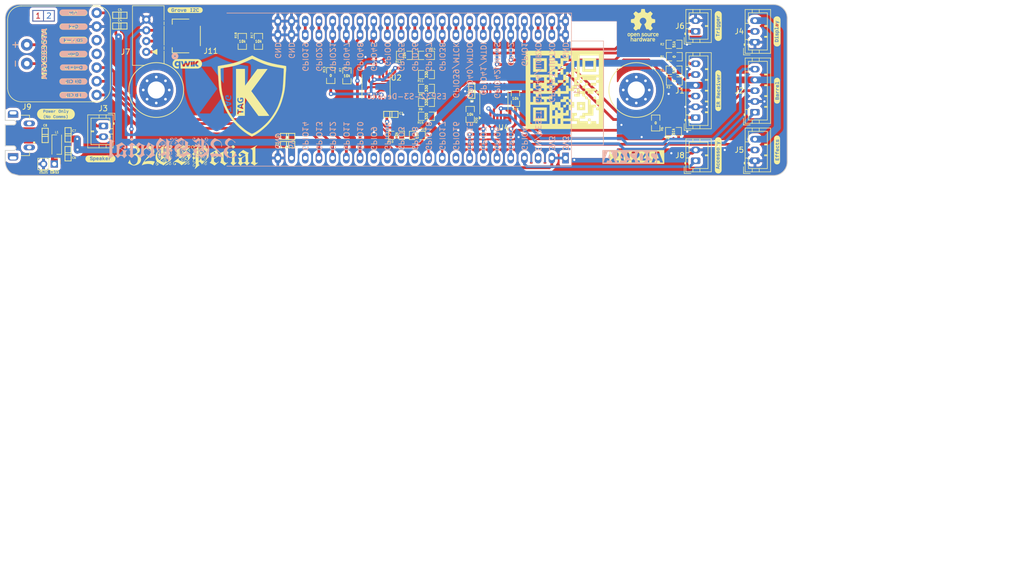
<source format=kicad_pcb>
(kicad_pcb
	(version 20240108)
	(generator "pcbnew")
	(generator_version "8.0")
	(general
		(thickness 1.6)
		(legacy_teardrops no)
	)
	(paper "USLetter")
	(title_block
		(title "KTag 2024A \"32ESPecial\"")
		(date "2025-01-25")
		(rev "2")
		(company "Club K")
		(comment 1 "Dubuque               Iowa               United States of America")
		(comment 2 "Copyright © 2024-2025 Joseph P. Kearney and the KTag developers. ")
		(comment 3 "License: CERN-OHL-S-2.0")
	)
	(layers
		(0 "F.Cu" signal)
		(31 "B.Cu" signal)
		(32 "B.Adhes" user "B.Adhesive")
		(33 "F.Adhes" user "F.Adhesive")
		(34 "B.Paste" user)
		(35 "F.Paste" user)
		(36 "B.SilkS" user "B.Silkscreen")
		(37 "F.SilkS" user "F.Silkscreen")
		(38 "B.Mask" user)
		(39 "F.Mask" user)
		(40 "Dwgs.User" user "User.Drawings")
		(41 "Cmts.User" user "User.Comments")
		(42 "Eco1.User" user "User.Eco1")
		(43 "Eco2.User" user "User.Eco2")
		(44 "Edge.Cuts" user)
		(45 "Margin" user)
		(46 "B.CrtYd" user "B.Courtyard")
		(47 "F.CrtYd" user "F.Courtyard")
		(48 "B.Fab" user)
		(49 "F.Fab" user)
	)
	(setup
		(stackup
			(layer "F.SilkS"
				(type "Top Silk Screen")
			)
			(layer "F.Paste"
				(type "Top Solder Paste")
			)
			(layer "F.Mask"
				(type "Top Solder Mask")
				(thickness 0.01)
			)
			(layer "F.Cu"
				(type "copper")
				(thickness 0.035)
			)
			(layer "dielectric 1"
				(type "core")
				(thickness 1.51)
				(material "FR4")
				(epsilon_r 4.5)
				(loss_tangent 0.02)
			)
			(layer "B.Cu"
				(type "copper")
				(thickness 0.035)
			)
			(layer "B.Mask"
				(type "Bottom Solder Mask")
				(thickness 0.01)
			)
			(layer "B.Paste"
				(type "Bottom Solder Paste")
			)
			(layer "B.SilkS"
				(type "Bottom Silk Screen")
			)
			(copper_finish "None")
			(dielectric_constraints no)
		)
		(pad_to_mask_clearance 0)
		(allow_soldermask_bridges_in_footprints no)
		(pcbplotparams
			(layerselection 0x00010fc_ffffffff)
			(plot_on_all_layers_selection 0x0000000_00000000)
			(disableapertmacros no)
			(usegerberextensions no)
			(usegerberattributes yes)
			(usegerberadvancedattributes yes)
			(creategerberjobfile yes)
			(dashed_line_dash_ratio 12.000000)
			(dashed_line_gap_ratio 3.000000)
			(svgprecision 4)
			(plotframeref no)
			(viasonmask no)
			(mode 1)
			(useauxorigin no)
			(hpglpennumber 1)
			(hpglpenspeed 20)
			(hpglpendiameter 15.000000)
			(pdf_front_fp_property_popups yes)
			(pdf_back_fp_property_popups yes)
			(dxfpolygonmode yes)
			(dxfimperialunits yes)
			(dxfusepcbnewfont yes)
			(psnegative no)
			(psa4output no)
			(plotreference yes)
			(plotvalue yes)
			(plotfptext yes)
			(plotinvisibletext no)
			(sketchpadsonfab no)
			(subtractmaskfromsilk no)
			(outputformat 1)
			(mirror no)
			(drillshape 1)
			(scaleselection 1)
			(outputdirectory "")
		)
	)
	(net 0 "")
	(net 1 "unconnected-(U1-GPIO8{slash}ADC1_CH7-Pad12)")
	(net 2 "unconnected-(U1-CHIP_PU-Pad3)")
	(net 3 "Net-(J2-Pin_5)")
	(net 4 "unconnected-(U1-GPIO16{slash}ADC2_CH5{slash}32K_N-Pad9)")
	(net 5 "unconnected-(U1-GPIO9{slash}ADC1_CH8-Pad15)")
	(net 6 "unconnected-(U1-GPIO3{slash}ADC1_CH2-Pad13)")
	(net 7 "unconnected-(U1-GPIO46-Pad14)")
	(net 8 "unconnected-(U1-GPIO0-Pad31)")
	(net 9 "unconnected-(U1-GPIO14{slash}ADC2_CH3-Pad20)")
	(net 10 "GND")
	(net 11 "+5V")
	(net 12 "Net-(J1-Pin_1)")
	(net 13 "Net-(J1-Pin_3)")
	(net 14 "unconnected-(U1-GPIO19{slash}USB_D--Pad25)")
	(net 15 "unconnected-(U1-GPIO20{slash}USB_D+-Pad26)")
	(net 16 "Net-(J1-Pin_5)")
	(net 17 "unconnected-(U1-GPIO35-Pad32)")
	(net 18 "unconnected-(U1-GPIO36-Pad33)")
	(net 19 "unconnected-(U1-GPIO37-Pad34)")
	(net 20 "Net-(J1-Pin_6)")
	(net 21 "unconnected-(U1-GPIO39{slash}MTCK-Pad36)")
	(net 22 "unconnected-(U1-GPIO41{slash}MTDI-Pad38)")
	(net 23 "unconnected-(U1-GPIO44{slash}U0RXD-Pad42)")
	(net 24 "unconnected-(U1-GPIO43{slash}U0TXD-Pad43)")
	(net 25 "Net-(J2-Pin_1)")
	(net 26 "Net-(J2-Pin_3)")
	(net 27 "~{IR_Tx_Left_Enable}")
	(net 28 "/User Interface/Speaker+")
	(net 29 "Net-(J5-Pin_2)")
	(net 30 "/User Interface/Speaker-")
	(net 31 "Trigger")
	(net 32 "SCL")
	(net 33 "SDA")
	(net 34 "+3V3")
	(net 35 "Accessory")
	(net 36 "IR_Rx_Left")
	(net 37 "IR_Rx_Right")
	(net 38 "Net-(R5-Pad2)")
	(net 39 "IR_Rx_Forward")
	(net 40 "Net-(R11-Pad2)")
	(net 41 "Net-(R9-Pad2)")
	(net 42 "unconnected-(U1-GPIO40{slash}MTDO-Pad37)")
	(net 43 "Net-(R15-Pad2)")
	(net 44 "unconnected-(U3-SD{slash}MODE-Pad3)")
	(net 45 "I2S_Data")
	(net 46 "I2S_BCLK")
	(net 47 "I2S_LRCLK")
	(net 48 "unconnected-(U3-Gain-Pad4)")
	(net 49 "~{NeoPixel_Effects_Enable}")
	(net 50 "unconnected-(U1-GPIO44{slash}U0RXD-Pad42)_0")
	(net 51 "unconnected-(U1-GPIO36-Pad33)_0")
	(net 52 "NeoPixel_Out_GPIO48")
	(net 53 "unconnected-(U1-GPIO41{slash}MTDI-Pad38)_0")
	(net 54 "unconnected-(U1-GPIO0-Pad31)_0")
	(net 55 "unconnected-(U1-GPIO37-Pad34)_0")
	(net 56 "unconnected-(U1-GPIO39{slash}MTCK-Pad36)_0")
	(net 57 "unconnected-(U1-GPIO19{slash}USB_D--Pad25)_0")
	(net 58 "unconnected-(U1-GPIO43{slash}U0TXD-Pad43)_0")
	(net 59 "unconnected-(U1-GPIO35-Pad32)_0")
	(net 60 "unconnected-(U1-GPIO40{slash}MTDO-Pad37)_0")
	(net 61 "NeoPixel_Out")
	(net 62 "unconnected-(U1-GPIO20{slash}USB_D+-Pad26)_0")
	(net 63 "NeoPixel_Out_GPIO38")
	(net 64 "~{NeoPixel_Receiver_Enable}")
	(net 65 "~{NeoPixel_Display_Enable}")
	(net 66 "~{NeoPixel_Barrel_Enable}")
	(net 67 "Net-(J9-VBUS)")
	(net 68 "Net-(J4-Pin_2)")
	(net 69 "unconnected-(J9-D+-Pad3)")
	(net 70 "unconnected-(J9-D--Pad2)")
	(net 71 "unconnected-(J9-ID-Pad4)")
	(net 72 "~{IR_Tx_Right_Enable}")
	(net 73 "IR_Tx")
	(net 74 "unconnected-(U4-Pad11)")
	(net 75 "unconnected-(U4-Pad8)")
	(footprint "kibuzzard-655D2461" (layer "F.Cu") (at 207.2 83.4 90))
	(footprint "kibuzzard-655D24B2" (layer "F.Cu") (at 207.2 107.4 90))
	(footprint "KTag:Fiducial_Mark" (layer "F.Cu") (at 78 82.4))
	(footprint "KTag:R-0805" (layer "F.Cu") (at 198.9 103 180))
	(footprint "KTag:R-0805" (layer "F.Cu") (at 153.1 88.85))
	(footprint "KTag:R-0805" (layer "F.Cu") (at 169.6 96.85 -90))
	(footprint "Connector_JST:JST_PH_B5B-PH-K_1x05_P2.00mm_Vertical" (layer "F.Cu") (at 214 99.4 90))
	(footprint "Symbol:OSHW-Logo_5.7x6mm_SilkScreen" (layer "F.Cu") (at 193.25 83.25))
	(footprint "KTag:L-0805" (layer "F.Cu") (at 84.55 105.4 -90))
	(footprint "KTag:C_0603" (layer "F.Cu") (at 86.65 107.1 -90))
	(footprint "KTag:R-0805" (layer "F.Cu") (at 138.35 92.65 90))
	(footprint "KTag:R-0805" (layer "F.Cu") (at 153.1 100.15 180))
	(footprint "Connector_JST:JST_PH_B2B-PH-K_1x02_P2.00mm_Vertical" (layer "F.Cu") (at 93.2 101.95 -90))
	(footprint "KTag:R-0805" (layer "F.Cu") (at 199.05 89.1 180))
	(footprint "KTag:Grove_1x04" (layer "F.Cu") (at 101.15 88.2 180))
	(footprint "KTag:C_0603" (layer "F.Cu") (at 86.65 103.6 90))
	(footprint "Connector_JST:JST_PH_B2B-PH-K_1x02_P2.00mm_Vertical" (layer "F.Cu") (at 203 108.4 90))
	(footprint "KTag:C_0603" (layer "F.Cu") (at 161.5 95.5 -90))
	(footprint "KTag:KTag_Website_QR_Code" (layer "F.Cu") (at 178.75 95.25))
	(footprint "KTag:C_0603" (layer "F.Cu") (at 146.5 99.8))
	(footprint "kibuzzard-655D24DE"
		(layer "F.Cu")
		(uuid "60af5394-483a-4e9a-a58e-c1937c4e6158")
		(at 207.2 95.4 90)
		(descr "Generated with KiBuzzard")
		(tags "kb_params=eyJBbGlnbm1lbnRDaG9pY2UiOiAiQ2VudGVyIiwgIkNhcExlZnRDaG9pY2UiOiAiKCIsICJDYXBSaWdodENob2ljZSI6ICIpIiwgIkZvbnRDb21ib0JveCI6ICJCZXJrZWxleU1vbm8tQm9sZCIsICJIZWlnaHRDdHJsIjogIjAuNiIsICJMYXllckNvbWJvQm94IjogIkYuU2lsa1MiLCAiTXVsdGlMaW5lVGV4dCI6ICJJUiBSZWNlaXZlciIsICJQYWRkaW5nQm90dG9tQ3RybCI6ICI1IiwgIlBhZGRpbmdMZWZ0Q3RybCI6ICI1IiwgIlBhZGRpbmdSaWdodEN0cmwiOiAiNSIsICJQYWRkaW5nVG9wQ3RybCI6ICI1IiwgIldpZHRoQ3RybCI6ICIifQ==")
		(property "Reference" "kibuzzard-655D24DE"
			(at 0 -3.597434 90)
			(layer "F.SilkS")
			(hide yes)
			(uuid "44e3174c-96b5-415c-a329-bfee98568cf2")
			(effects
				(font
					(size 0.0254 0.0254)
					(thickness 0.15)
				)
			)
		)
		(property "Value" "G***"
			(at 0 3.597434 90)
			(layer "F.SilkS")
			(hide yes)
			(uuid "2bae7d9e-81a8-481c-826c-5618c865b27d")
			(effects
				(font
					(size 0.0254 0.0254)
					(thickness 0.15)
				)
			)
		)
		(property "Footprint" ""
			(at 0 0 90)
			(unlocked yes)
			(layer "F.Fab")
			(hide yes)
			(uuid "93de2456-199a-4bc0-8ddc-35222324920e")
			(effects
				(font
					(size 1.27 1.27)
					(thickness 0.15)
				)
			)
		)
		(property "Datasheet" ""
			(at 0 0 90)
			(unlocked yes)
			(layer "F.Fab")
			(hide yes)
			(uuid "42327cf7-09c2-44b3-ba4d-4e81da8cced6")
			(effects
				(font
					(size 1.27 1.27)
					(thickness 0.15)
				)
			)
		)
		(property "Description" ""
			(at 0 0 90)
			(unlocked yes)
			(layer "F.Fab")
			(hide yes)
			(uuid "03397102-dbc0-44a7-8b70-0d1f0f747be9")
			(effects
				(font
					(size 1.27 1.27)
					(thickness 0.15)
				)
			)
		)
		(attr board_only exclude_from_pos_files exclude_from_bom)
		(fp_poly
			(pts
				(xy 2.389346 0.034766) (xy 2.375535 -0.028575) (xy 2.341721 -0.060008) (xy 2.276951 -0.069056) (xy 2.215039 -0.060008)
				(xy 2.181701 -0.028575) (xy 2.165509 0.034766) (xy 2.389346 0.034766)
			)
			(stroke
				(width 0)
				(type solid)
			)
			(fill solid)
			(layer "F.SilkS")
			(uuid "6c10d77f-748d-4398-859b-4eec00dd47d5")
		)
		(fp_poly
			(pts
				(xy 0.674846 0.034766) (xy 0.661035 -0.028575) (xy 0.627221 -0.060008) (xy 0.562451 -0.069056) (xy 0.500539 -0.060008)
				(xy 0.467201 -0.028575) (xy 0.451009 0.034766) (xy 0.674846 0.034766)
			)
			(stroke
				(width 0)
				(type solid)
			)
			(fill solid)
			(layer "F.SilkS")
			(uuid "f2ed7050-737f-45e9-a3af-e4772e44bff6")
		)
		(fp_poly
			(pts
				(xy -0.468154 0.034766) (xy -0.481965 -0.028575) (xy -0.515779 -0.060008) (xy -0.580549 -0.069056)
				(xy -0.642461 -0.060008) (xy -0.675799 -0.028575) (xy -0.691991 0.034766) (xy -0.468154 0.034766)
			)
			(stroke
				(width 0)
				(type solid)
			)
			(fill solid)
			(layer "F.SilkS")
			(uuid "10626418-54ab-46f2-a304-adbf651ad227")
		)
		(fp_poly
			(pts
				(xy -1.128236 -0.028099) (xy -1.069658 -0.048578) (xy -1.053941 -0.122396) (xy -1.070134 -0.180975)
				(xy -1.130141 -0.200501) (xy -1.176337 -0.202644) (xy -1.210151 -0.203359) (xy -1.251109 -0.202406)
				(xy -1.251109 -0.028099) (xy -1.128236 -0.028099)
			)
			(stroke
				(width 0)
				(type solid)
			)
			(fill solid)
			(layer "F.SilkS")
			(uuid "4b78baa8-cbd6-4ca3-9674-682ba5147da2")
		)
		(fp_poly
			(pts
				(xy -2.271236 -0.028099) (xy -2.212657 -0.048578) (xy -2.196941 -0.122396) (xy -2.213134 -0.180975)
				(xy -2.273141 -0.200501) (xy -2.319338 -0.202644) (xy -2.353151 -0.203359) (xy -2.394109 -0.202406)
				(xy -2.394109 -0.028099) (xy -2.271236 -0.028099)
			)
			(stroke
				(width 0)
				(type solid)
			)
			(fill solid)
			(layer "F.SilkS")
			(uuid "3c6e4104-f23e-4db9-b9b7-41756fcb26de")
		)
		(fp_poly
			(pts
				(xy -3.046571 -0.549434) (xy -3.245009 -0.549434) (xy -3.298863 -0.546788) (xy -3.352198 -0.538877)
				(xy -3.404501 -0.525775) (xy -3.455268 -0.507611) (xy -3.50401 -0.484557) (xy -3.550258 -0.456837)
				(xy -3.593566 -0.424718) (xy -3.633517 -0.388508) (xy -3.669727 -0.348557) (xy -3.701846 -0.305249)
				(xy -3.729566 -0.259001) (xy -3.752619 -0.210259) (xy -3.770784 -0.159492) (xy -3.783885 -0.107189)
				(xy -3.791797 -0.053854) (xy -3.794443 0) (xy -3.791797 0.053854) (xy -3.783885 0.107189) (xy -3.770784 0.159492)
				(xy -3.752619 0.210259) (xy -3.729566 0.259001) (xy -3.701846 0.305249) (xy -3.669727 0.348557)
				(xy -3.633517 0.388508) (xy -3.593566 0.424718) (xy -3.550258 0.456837) (xy -3.50401 0.484557) (xy -3.455268 0.507611)
				(xy -3.404501 0.525775) (xy -3.352198 0.538877) (xy -3.298863 0.546788) (xy -3.245009 0.549434)
				(xy -3.046571 0.549434) (xy -2.689384 0.549434) (xy -2.689384 0.342424) (xy -3.046571 0.342424)
				(xy -3.046571 0.236696) (xy -2.927509 0.236696) (xy -2.927509 -0.199549) (xy -3.039904 -0.199549)
				(xy -3.039904 -0.305276) (xy -2.696051 -0.305276) (xy -2.696051 -0.199549) (xy -2.808446 -0.199549)
				(xy -2.808446 0.236696) (xy -2.689384 0.236696) (xy -2.689384 0.342424) (xy -2.689384 0.549434)
				(xy -2.039779 0.549434) (xy -2.039779 0.342424) (xy -2.170271 0.342424) (xy -2.215039 0.149066)
				(xy -2.249329 0.092392) (xy -2.282666 0.08132) (xy -2.333149 0.077629) (xy -2.394109 0.077629) (xy -2.394109 0.342424)
				(xy -2.515076 0.342424) (xy -2.515076 -0.304324) (xy -2.401729 -0.308134) (xy -2.345531 -0.309086)
				(xy -2.28092 -0.307075) (xy -2.226786 -0.301043) (xy -2.18313 -0.290989) (xy -2.133838 -0.267176)
				(xy -2.101215 -0.231934) (xy -2.082998 -0.18288) (xy -2.076926 -0.117634) (xy -2.086927 -0.040958)
				(xy -2.120741 0.001905) (xy -2.188369 0.023336) (xy -2.188369 0.031909) (xy -2.128838 0.061436)
				(xy -2.110383 0.092631) (xy -2.094071 0.140494) (xy -2.039779 0.342424) (xy -2.039779 0.549434)
				(xy -0.896779 0.549434) (xy -0.896779 0.342424) (xy -1.027271 0.342424) (xy -1.072039 0.149066)
				(xy -1.106329 0.092392) (xy -1.139666 0.08132) (xy -1.190149 0.077629) (xy -1.251109 0.077629) (xy -1.251109 0.342424)
				(xy -1.372076 0.342424) (xy -1.372076 -0.304324) (xy -1.258729 -0.308134) (xy -1.202531 -0.309086)
				(xy -1.13792 -0.307075) (xy -1.083786 -0.301043) (xy -1.04013 -0.290989) (xy -0.990838 -0.267176)
				(xy -0.958215 -0.231934) (xy -0.939998 -0.18288) (xy -0.933926 -0.117634) (xy -0.943927 -0.040958)
				(xy -0.977741 0.001905) (xy -1.045369 0.023336) (xy -1.045369 0.031909) (xy -0.985837 0.061436)
				(xy -0.967383 0.092631) (xy -0.951071 0.140494) (xy -0.896779 0.342424) (xy -0.896779 0.549434)
				(xy -0.572929 0.549434) (xy -0.572929 0.350996) (xy -0.655558 0.345162) (xy -0.716756 0.32766) (xy -0.759976 0.296108)
				(xy -0.78867 0.248126) (xy -0.800576 0.205475) (xy -0.80772 0.152453) (xy -0.810101 0.089059) (xy -0.807826 0.026882)
				(xy -0.801 -0.02503) (xy -0.789622 -0.066675) (xy -0.762 -0.113467) (xy -0.72009 -0.144304) (xy -0.660678 -0.161449)
				(xy -0.580549 -0.167164) (xy -0.502682 -0.161211) (xy -0.444341 -0.143351) (xy -0.402669 -0.111443)
				(xy -0.374809 -0.063341) (xy -0.363167 -0.020796) (xy -0.356182 0.031909) (xy -0.353854 0.094774)
				(xy -0.354806 0.131921) (xy -0.692944 0.131921) (xy -0.677704 0.205264) (xy -0.641985 0.241935)
				(xy -0.573881 0.252889) (xy -0.511492 0.239554) (xy -0.480536 0.190024) (xy -0.362426 0.190024)
				(xy -0.375047 0.245745) (xy -0.393859 0.287179) (xy -0.420767 0.316587) (xy -0.457676 0.336233)
				(xy -0.507444 0.347305) (xy -0.572929 0.350996) (xy -0.572929 0.549434) (xy 0.007144 0.549434) (xy 0.007144 0.350996)
				(xy -0.076438 0.345281) (xy -0.138589 0.328136) (xy -0.182523 0.297299) (xy -0.211455 0.250508)
				(xy -0.223361 0.208862) (xy -0.230505 0.156951) (xy -0.232886 0.094774) (xy -0.230505 0.03138) (xy -0.223361 -0.021643)
				(xy -0.211455 -0.064294) (xy -0.182642 -0.112276) (xy -0.139065 -0.143828) (xy -0.07751 -0.16133)
				(xy 0.005239 -0.167164) (xy 0.077867 -0.163116) (xy 0.131921 -0.150971) (xy 0.170378 -0.129183)
				(xy 0.196215 -0.096202) (xy 0.211336 -0.049649) (xy 0.217646 0.012859) (xy 0.102394 0.012859) (xy 0.0762 -0.050483)
				(xy 0.010954 -0.067151) (xy -0.033695 -0.06346) (xy -0.066675 -0.052388) (xy -0.105251 -0.002858)
				(xy -0.113824 0.039172) (xy -0.116681 0.095726) (xy -0.113824 0.149781) (xy -0.105251 0.190024)
				(xy -0.066199 0.237172) (xy -0.032861 0.247531) (xy 0.011906 0.250984) (xy 0.075248 0.23622) (xy 0.103346 0.181451)
				(xy 0.217646 0.181451) (xy 0.211336 0.240506) (xy 0.196215 0.284321) (xy 0.170498 0.315278) (xy 0.132397 0.335756)
				(xy 0.078938 0.347186) (xy 0.007144 0.350996) (xy 0.007144 0.549434) (xy 0.570071 0.549434) (xy 0.570071 0.350996)
				(xy 0.487442 0.345162) (xy 0.426244 0.32766) (xy 0.383024 0.296108) (xy 0.35433 0.248126) (xy 0.342424 0.205475)
				(xy 0.33528 0.152453) (xy 0.332899 0.089059) (xy 0.335174 0.026882) (xy 0.342 -0.02503) (xy 0.353378 -0.066675)
				(xy 0.381 -0.113467) (xy 0.42291 -0.144304) (xy 0.482322 -0.161449) (xy 0.562451 -0.167164) (xy 0.640318 -0.161211)
				(xy 0.698659 -0.143351) (xy 0.740331 -0.111443) (xy 0.768191 -0.063341) (xy 0.779833 -0.020796)
				(xy 0.786818 0.031909) (xy 0.789146 0.094774) (xy 0.788194 0.131921) (xy 0.450056 0.131921) (xy 0.465296 0.205264)
				(xy 0.501015 0.241935) (xy 0.569119 0.252889) (xy 0.631508 0.239554) (xy 0.662464 0.190024) (xy 0.780574 0.190024)
				(xy 0.767953 0.245745) (xy 0.749141 0.287179) (xy 0.722233 0.316587) (xy 0.685324 0.336233) (xy 0.635556 0.347305)
				(xy 0.570071 0.350996) (xy 0.570071 0.549434) (xy 1.372076 0.549434) (xy 1.372076 0.342424) (xy 0.932974 0.342424)
				(xy 0.932974 0.244316) (xy 1.098709 0.244316) (xy 1.098709 -0.056674) (xy 0.942499 -0.056674) (xy 0.942499 -0.154781)
				(xy 1.213009 -0.154781) (xy 1.213009 0.244316) (xy 1.216819 0.244316) (xy 1.216819 -0.216694) (xy 1.071086 -0.216694)
				(xy 1.071086 -0.350996) (xy 1.216819 -0.350996) (xy 1.216819 -0.216694) (xy 1.216819 0.244316) (xy 1.372076 0.244316)
				(xy 1.372076 0.342424) (xy 1.372076 0.549434) (xy 1.760696 0.549434) (xy 1.760696 0.342424) (xy 1.648301 0.342424)
				(xy 1.443514 -0.154781) (xy 1.564481 -0.154781) (xy 1.700689 0.202406) (xy 1.708309 0.202406) (xy 1.844516 -0.154781)
				(xy 1.965484 -0.154781) (xy 1.760696 0.342424) (xy 1.760696 0.549434) (xy 2.284571 0.549434) (xy 2.284571 0.350996)
				(xy 2.201942 0.345162) (xy 2.140744 0.32766) (xy 2.097524 0.296108) (xy 2.06883 0.248126) (xy 2.056924 0.205475)
				(xy 2.04978 0.152453) (xy 2.047399 0.089059) (xy 2.049674 0.026882) (xy 2.0565 -0.02503) (xy
... [1171462 chars truncated]
</source>
